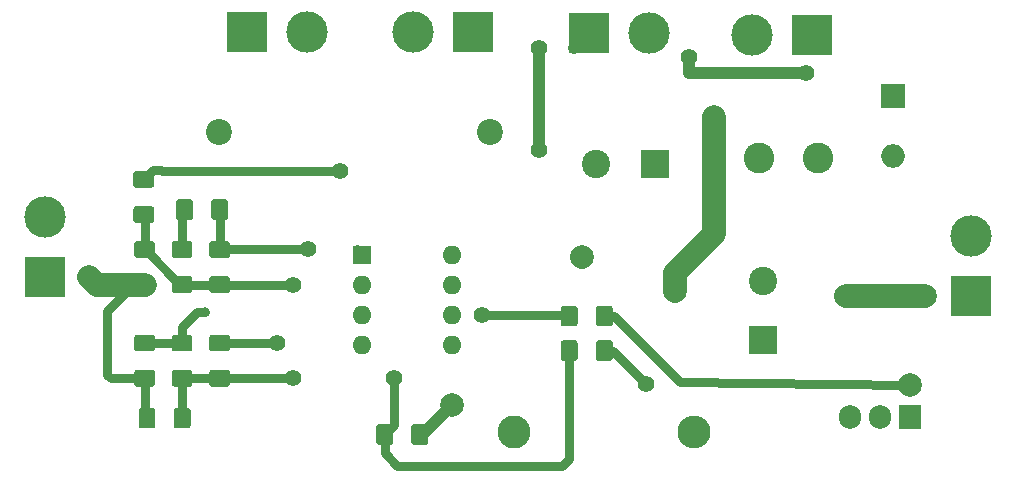
<source format=gbr>
G04 #@! TF.GenerationSoftware,KiCad,Pcbnew,(5.0.2)-1*
G04 #@! TF.CreationDate,2021-12-13T13:30:45+03:00*
G04 #@! TF.ProjectId,tasarim,74617361-7269-46d2-9e6b-696361645f70,rev?*
G04 #@! TF.SameCoordinates,Original*
G04 #@! TF.FileFunction,Copper,L1,Top*
G04 #@! TF.FilePolarity,Positive*
%FSLAX46Y46*%
G04 Gerber Fmt 4.6, Leading zero omitted, Abs format (unit mm)*
G04 Created by KiCad (PCBNEW (5.0.2)-1) date 13.12.2021 13:30:45*
%MOMM*%
%LPD*%
G01*
G04 APERTURE LIST*
G04 #@! TA.AperFunction,ComponentPad*
%ADD10R,1.600000X1.600000*%
G04 #@! TD*
G04 #@! TA.AperFunction,ComponentPad*
%ADD11O,1.600000X1.600000*%
G04 #@! TD*
G04 #@! TA.AperFunction,ComponentPad*
%ADD12C,2.400000*%
G04 #@! TD*
G04 #@! TA.AperFunction,ComponentPad*
%ADD13R,2.400000X2.400000*%
G04 #@! TD*
G04 #@! TA.AperFunction,Conductor*
%ADD14C,0.100000*%
G04 #@! TD*
G04 #@! TA.AperFunction,SMDPad,CuDef*
%ADD15C,1.425000*%
G04 #@! TD*
G04 #@! TA.AperFunction,ComponentPad*
%ADD16R,2.000000X2.000000*%
G04 #@! TD*
G04 #@! TA.AperFunction,ComponentPad*
%ADD17O,2.000000X2.000000*%
G04 #@! TD*
G04 #@! TA.AperFunction,ComponentPad*
%ADD18C,2.200000*%
G04 #@! TD*
G04 #@! TA.AperFunction,ComponentPad*
%ADD19C,3.500120*%
G04 #@! TD*
G04 #@! TA.AperFunction,ComponentPad*
%ADD20R,3.500120X3.500120*%
G04 #@! TD*
G04 #@! TA.AperFunction,ComponentPad*
%ADD21C,2.600000*%
G04 #@! TD*
G04 #@! TA.AperFunction,ComponentPad*
%ADD22R,1.905000X2.000000*%
G04 #@! TD*
G04 #@! TA.AperFunction,ComponentPad*
%ADD23O,1.905000X2.000000*%
G04 #@! TD*
G04 #@! TA.AperFunction,ComponentPad*
%ADD24C,2.800000*%
G04 #@! TD*
G04 #@! TA.AperFunction,ComponentPad*
%ADD25O,2.800000X2.800000*%
G04 #@! TD*
G04 #@! TA.AperFunction,ViaPad*
%ADD26C,2.000000*%
G04 #@! TD*
G04 #@! TA.AperFunction,ViaPad*
%ADD27C,1.400000*%
G04 #@! TD*
G04 #@! TA.AperFunction,ViaPad*
%ADD28C,0.800000*%
G04 #@! TD*
G04 #@! TA.AperFunction,Conductor*
%ADD29C,0.750000*%
G04 #@! TD*
G04 #@! TA.AperFunction,Conductor*
%ADD30C,2.000000*%
G04 #@! TD*
G04 #@! TA.AperFunction,Conductor*
%ADD31C,1.000000*%
G04 #@! TD*
G04 #@! TA.AperFunction,Conductor*
%ADD32C,0.800000*%
G04 #@! TD*
G04 APERTURE END LIST*
D10*
G04 #@! TO.P,U1,1*
G04 #@! TO.N,Net-(C2-Pad1)*
X149860000Y-96520000D03*
D11*
G04 #@! TO.P,U1,5*
G04 #@! TO.N,GNDREF*
X157480000Y-104140000D03*
G04 #@! TO.P,U1,2*
G04 #@! TO.N,Net-(R1-Pad1)*
X149860000Y-99060000D03*
G04 #@! TO.P,U1,6*
G04 #@! TO.N,Net-(R7-Pad2)*
X157480000Y-101600000D03*
G04 #@! TO.P,U1,3*
G04 #@! TO.N,Net-(C5-Pad1)*
X149860000Y-101600000D03*
G04 #@! TO.P,U1,7*
G04 #@! TO.N,Net-(C4-Pad1)*
X157480000Y-99060000D03*
G04 #@! TO.P,U1,4*
G04 #@! TO.N,Net-(C3-Pad1)*
X149860000Y-104140000D03*
G04 #@! TO.P,U1,8*
G04 #@! TO.N,Net-(C1-Pad1)*
X157480000Y-96520000D03*
G04 #@! TD*
D12*
G04 #@! TO.P,C4,2*
G04 #@! TO.N,GNDREF*
X169688500Y-88836500D03*
D13*
G04 #@! TO.P,C4,1*
G04 #@! TO.N,Net-(C4-Pad1)*
X174688500Y-88836500D03*
G04 #@! TD*
D14*
G04 #@! TO.N,GNDREF*
G04 #@! TO.C,C1*
G36*
X132094504Y-106276704D02*
X132118773Y-106280304D01*
X132142571Y-106286265D01*
X132165671Y-106294530D01*
X132187849Y-106305020D01*
X132208893Y-106317633D01*
X132228598Y-106332247D01*
X132246777Y-106348723D01*
X132263253Y-106366902D01*
X132277867Y-106386607D01*
X132290480Y-106407651D01*
X132300970Y-106429829D01*
X132309235Y-106452929D01*
X132315196Y-106476727D01*
X132318796Y-106500996D01*
X132320000Y-106525500D01*
X132320000Y-107450500D01*
X132318796Y-107475004D01*
X132315196Y-107499273D01*
X132309235Y-107523071D01*
X132300970Y-107546171D01*
X132290480Y-107568349D01*
X132277867Y-107589393D01*
X132263253Y-107609098D01*
X132246777Y-107627277D01*
X132228598Y-107643753D01*
X132208893Y-107658367D01*
X132187849Y-107670980D01*
X132165671Y-107681470D01*
X132142571Y-107689735D01*
X132118773Y-107695696D01*
X132094504Y-107699296D01*
X132070000Y-107700500D01*
X130820000Y-107700500D01*
X130795496Y-107699296D01*
X130771227Y-107695696D01*
X130747429Y-107689735D01*
X130724329Y-107681470D01*
X130702151Y-107670980D01*
X130681107Y-107658367D01*
X130661402Y-107643753D01*
X130643223Y-107627277D01*
X130626747Y-107609098D01*
X130612133Y-107589393D01*
X130599520Y-107568349D01*
X130589030Y-107546171D01*
X130580765Y-107523071D01*
X130574804Y-107499273D01*
X130571204Y-107475004D01*
X130570000Y-107450500D01*
X130570000Y-106525500D01*
X130571204Y-106500996D01*
X130574804Y-106476727D01*
X130580765Y-106452929D01*
X130589030Y-106429829D01*
X130599520Y-106407651D01*
X130612133Y-106386607D01*
X130626747Y-106366902D01*
X130643223Y-106348723D01*
X130661402Y-106332247D01*
X130681107Y-106317633D01*
X130702151Y-106305020D01*
X130724329Y-106294530D01*
X130747429Y-106286265D01*
X130771227Y-106280304D01*
X130795496Y-106276704D01*
X130820000Y-106275500D01*
X132070000Y-106275500D01*
X132094504Y-106276704D01*
X132094504Y-106276704D01*
G37*
D15*
G04 #@! TD*
G04 #@! TO.P,C1,2*
G04 #@! TO.N,GNDREF*
X131445000Y-106988000D03*
D14*
G04 #@! TO.N,Net-(C1-Pad1)*
G04 #@! TO.C,C1*
G36*
X132094504Y-103301704D02*
X132118773Y-103305304D01*
X132142571Y-103311265D01*
X132165671Y-103319530D01*
X132187849Y-103330020D01*
X132208893Y-103342633D01*
X132228598Y-103357247D01*
X132246777Y-103373723D01*
X132263253Y-103391902D01*
X132277867Y-103411607D01*
X132290480Y-103432651D01*
X132300970Y-103454829D01*
X132309235Y-103477929D01*
X132315196Y-103501727D01*
X132318796Y-103525996D01*
X132320000Y-103550500D01*
X132320000Y-104475500D01*
X132318796Y-104500004D01*
X132315196Y-104524273D01*
X132309235Y-104548071D01*
X132300970Y-104571171D01*
X132290480Y-104593349D01*
X132277867Y-104614393D01*
X132263253Y-104634098D01*
X132246777Y-104652277D01*
X132228598Y-104668753D01*
X132208893Y-104683367D01*
X132187849Y-104695980D01*
X132165671Y-104706470D01*
X132142571Y-104714735D01*
X132118773Y-104720696D01*
X132094504Y-104724296D01*
X132070000Y-104725500D01*
X130820000Y-104725500D01*
X130795496Y-104724296D01*
X130771227Y-104720696D01*
X130747429Y-104714735D01*
X130724329Y-104706470D01*
X130702151Y-104695980D01*
X130681107Y-104683367D01*
X130661402Y-104668753D01*
X130643223Y-104652277D01*
X130626747Y-104634098D01*
X130612133Y-104614393D01*
X130599520Y-104593349D01*
X130589030Y-104571171D01*
X130580765Y-104548071D01*
X130574804Y-104524273D01*
X130571204Y-104500004D01*
X130570000Y-104475500D01*
X130570000Y-103550500D01*
X130571204Y-103525996D01*
X130574804Y-103501727D01*
X130580765Y-103477929D01*
X130589030Y-103454829D01*
X130599520Y-103432651D01*
X130612133Y-103411607D01*
X130626747Y-103391902D01*
X130643223Y-103373723D01*
X130661402Y-103357247D01*
X130681107Y-103342633D01*
X130702151Y-103330020D01*
X130724329Y-103319530D01*
X130747429Y-103311265D01*
X130771227Y-103305304D01*
X130795496Y-103301704D01*
X130820000Y-103300500D01*
X132070000Y-103300500D01*
X132094504Y-103301704D01*
X132094504Y-103301704D01*
G37*
D15*
G04 #@! TD*
G04 #@! TO.P,C1,1*
G04 #@! TO.N,Net-(C1-Pad1)*
X131445000Y-104013000D03*
D14*
G04 #@! TO.N,Net-(C2-Pad1)*
G04 #@! TO.C,C2*
G36*
X138282004Y-91836204D02*
X138306273Y-91839804D01*
X138330071Y-91845765D01*
X138353171Y-91854030D01*
X138375349Y-91864520D01*
X138396393Y-91877133D01*
X138416098Y-91891747D01*
X138434277Y-91908223D01*
X138450753Y-91926402D01*
X138465367Y-91946107D01*
X138477980Y-91967151D01*
X138488470Y-91989329D01*
X138496735Y-92012429D01*
X138502696Y-92036227D01*
X138506296Y-92060496D01*
X138507500Y-92085000D01*
X138507500Y-93335000D01*
X138506296Y-93359504D01*
X138502696Y-93383773D01*
X138496735Y-93407571D01*
X138488470Y-93430671D01*
X138477980Y-93452849D01*
X138465367Y-93473893D01*
X138450753Y-93493598D01*
X138434277Y-93511777D01*
X138416098Y-93528253D01*
X138396393Y-93542867D01*
X138375349Y-93555480D01*
X138353171Y-93565970D01*
X138330071Y-93574235D01*
X138306273Y-93580196D01*
X138282004Y-93583796D01*
X138257500Y-93585000D01*
X137332500Y-93585000D01*
X137307996Y-93583796D01*
X137283727Y-93580196D01*
X137259929Y-93574235D01*
X137236829Y-93565970D01*
X137214651Y-93555480D01*
X137193607Y-93542867D01*
X137173902Y-93528253D01*
X137155723Y-93511777D01*
X137139247Y-93493598D01*
X137124633Y-93473893D01*
X137112020Y-93452849D01*
X137101530Y-93430671D01*
X137093265Y-93407571D01*
X137087304Y-93383773D01*
X137083704Y-93359504D01*
X137082500Y-93335000D01*
X137082500Y-92085000D01*
X137083704Y-92060496D01*
X137087304Y-92036227D01*
X137093265Y-92012429D01*
X137101530Y-91989329D01*
X137112020Y-91967151D01*
X137124633Y-91946107D01*
X137139247Y-91926402D01*
X137155723Y-91908223D01*
X137173902Y-91891747D01*
X137193607Y-91877133D01*
X137214651Y-91864520D01*
X137236829Y-91854030D01*
X137259929Y-91845765D01*
X137283727Y-91839804D01*
X137307996Y-91836204D01*
X137332500Y-91835000D01*
X138257500Y-91835000D01*
X138282004Y-91836204D01*
X138282004Y-91836204D01*
G37*
D15*
G04 #@! TD*
G04 #@! TO.P,C2,1*
G04 #@! TO.N,Net-(C2-Pad1)*
X137795000Y-92710000D03*
D14*
G04 #@! TO.N,Net-(C2-Pad2)*
G04 #@! TO.C,C2*
G36*
X135307004Y-91836204D02*
X135331273Y-91839804D01*
X135355071Y-91845765D01*
X135378171Y-91854030D01*
X135400349Y-91864520D01*
X135421393Y-91877133D01*
X135441098Y-91891747D01*
X135459277Y-91908223D01*
X135475753Y-91926402D01*
X135490367Y-91946107D01*
X135502980Y-91967151D01*
X135513470Y-91989329D01*
X135521735Y-92012429D01*
X135527696Y-92036227D01*
X135531296Y-92060496D01*
X135532500Y-92085000D01*
X135532500Y-93335000D01*
X135531296Y-93359504D01*
X135527696Y-93383773D01*
X135521735Y-93407571D01*
X135513470Y-93430671D01*
X135502980Y-93452849D01*
X135490367Y-93473893D01*
X135475753Y-93493598D01*
X135459277Y-93511777D01*
X135441098Y-93528253D01*
X135421393Y-93542867D01*
X135400349Y-93555480D01*
X135378171Y-93565970D01*
X135355071Y-93574235D01*
X135331273Y-93580196D01*
X135307004Y-93583796D01*
X135282500Y-93585000D01*
X134357500Y-93585000D01*
X134332996Y-93583796D01*
X134308727Y-93580196D01*
X134284929Y-93574235D01*
X134261829Y-93565970D01*
X134239651Y-93555480D01*
X134218607Y-93542867D01*
X134198902Y-93528253D01*
X134180723Y-93511777D01*
X134164247Y-93493598D01*
X134149633Y-93473893D01*
X134137020Y-93452849D01*
X134126530Y-93430671D01*
X134118265Y-93407571D01*
X134112304Y-93383773D01*
X134108704Y-93359504D01*
X134107500Y-93335000D01*
X134107500Y-92085000D01*
X134108704Y-92060496D01*
X134112304Y-92036227D01*
X134118265Y-92012429D01*
X134126530Y-91989329D01*
X134137020Y-91967151D01*
X134149633Y-91946107D01*
X134164247Y-91926402D01*
X134180723Y-91908223D01*
X134198902Y-91891747D01*
X134218607Y-91877133D01*
X134239651Y-91864520D01*
X134261829Y-91854030D01*
X134284929Y-91845765D01*
X134308727Y-91839804D01*
X134332996Y-91836204D01*
X134357500Y-91835000D01*
X135282500Y-91835000D01*
X135307004Y-91836204D01*
X135307004Y-91836204D01*
G37*
D15*
G04 #@! TD*
G04 #@! TO.P,C2,2*
G04 #@! TO.N,Net-(C2-Pad2)*
X134820000Y-92710000D03*
D14*
G04 #@! TO.N,GNDREF*
G04 #@! TO.C,C3*
G36*
X132132004Y-109489204D02*
X132156273Y-109492804D01*
X132180071Y-109498765D01*
X132203171Y-109507030D01*
X132225349Y-109517520D01*
X132246393Y-109530133D01*
X132266098Y-109544747D01*
X132284277Y-109561223D01*
X132300753Y-109579402D01*
X132315367Y-109599107D01*
X132327980Y-109620151D01*
X132338470Y-109642329D01*
X132346735Y-109665429D01*
X132352696Y-109689227D01*
X132356296Y-109713496D01*
X132357500Y-109738000D01*
X132357500Y-110988000D01*
X132356296Y-111012504D01*
X132352696Y-111036773D01*
X132346735Y-111060571D01*
X132338470Y-111083671D01*
X132327980Y-111105849D01*
X132315367Y-111126893D01*
X132300753Y-111146598D01*
X132284277Y-111164777D01*
X132266098Y-111181253D01*
X132246393Y-111195867D01*
X132225349Y-111208480D01*
X132203171Y-111218970D01*
X132180071Y-111227235D01*
X132156273Y-111233196D01*
X132132004Y-111236796D01*
X132107500Y-111238000D01*
X131182500Y-111238000D01*
X131157996Y-111236796D01*
X131133727Y-111233196D01*
X131109929Y-111227235D01*
X131086829Y-111218970D01*
X131064651Y-111208480D01*
X131043607Y-111195867D01*
X131023902Y-111181253D01*
X131005723Y-111164777D01*
X130989247Y-111146598D01*
X130974633Y-111126893D01*
X130962020Y-111105849D01*
X130951530Y-111083671D01*
X130943265Y-111060571D01*
X130937304Y-111036773D01*
X130933704Y-111012504D01*
X130932500Y-110988000D01*
X130932500Y-109738000D01*
X130933704Y-109713496D01*
X130937304Y-109689227D01*
X130943265Y-109665429D01*
X130951530Y-109642329D01*
X130962020Y-109620151D01*
X130974633Y-109599107D01*
X130989247Y-109579402D01*
X131005723Y-109561223D01*
X131023902Y-109544747D01*
X131043607Y-109530133D01*
X131064651Y-109517520D01*
X131086829Y-109507030D01*
X131109929Y-109498765D01*
X131133727Y-109492804D01*
X131157996Y-109489204D01*
X131182500Y-109488000D01*
X132107500Y-109488000D01*
X132132004Y-109489204D01*
X132132004Y-109489204D01*
G37*
D15*
G04 #@! TD*
G04 #@! TO.P,C3,2*
G04 #@! TO.N,GNDREF*
X131645000Y-110363000D03*
D14*
G04 #@! TO.N,Net-(C3-Pad1)*
G04 #@! TO.C,C3*
G36*
X135107004Y-109489204D02*
X135131273Y-109492804D01*
X135155071Y-109498765D01*
X135178171Y-109507030D01*
X135200349Y-109517520D01*
X135221393Y-109530133D01*
X135241098Y-109544747D01*
X135259277Y-109561223D01*
X135275753Y-109579402D01*
X135290367Y-109599107D01*
X135302980Y-109620151D01*
X135313470Y-109642329D01*
X135321735Y-109665429D01*
X135327696Y-109689227D01*
X135331296Y-109713496D01*
X135332500Y-109738000D01*
X135332500Y-110988000D01*
X135331296Y-111012504D01*
X135327696Y-111036773D01*
X135321735Y-111060571D01*
X135313470Y-111083671D01*
X135302980Y-111105849D01*
X135290367Y-111126893D01*
X135275753Y-111146598D01*
X135259277Y-111164777D01*
X135241098Y-111181253D01*
X135221393Y-111195867D01*
X135200349Y-111208480D01*
X135178171Y-111218970D01*
X135155071Y-111227235D01*
X135131273Y-111233196D01*
X135107004Y-111236796D01*
X135082500Y-111238000D01*
X134157500Y-111238000D01*
X134132996Y-111236796D01*
X134108727Y-111233196D01*
X134084929Y-111227235D01*
X134061829Y-111218970D01*
X134039651Y-111208480D01*
X134018607Y-111195867D01*
X133998902Y-111181253D01*
X133980723Y-111164777D01*
X133964247Y-111146598D01*
X133949633Y-111126893D01*
X133937020Y-111105849D01*
X133926530Y-111083671D01*
X133918265Y-111060571D01*
X133912304Y-111036773D01*
X133908704Y-111012504D01*
X133907500Y-110988000D01*
X133907500Y-109738000D01*
X133908704Y-109713496D01*
X133912304Y-109689227D01*
X133918265Y-109665429D01*
X133926530Y-109642329D01*
X133937020Y-109620151D01*
X133949633Y-109599107D01*
X133964247Y-109579402D01*
X133980723Y-109561223D01*
X133998902Y-109544747D01*
X134018607Y-109530133D01*
X134039651Y-109517520D01*
X134061829Y-109507030D01*
X134084929Y-109498765D01*
X134108727Y-109492804D01*
X134132996Y-109489204D01*
X134157500Y-109488000D01*
X135082500Y-109488000D01*
X135107004Y-109489204D01*
X135107004Y-109489204D01*
G37*
D15*
G04 #@! TD*
G04 #@! TO.P,C3,1*
G04 #@! TO.N,Net-(C3-Pad1)*
X134620000Y-110363000D03*
D14*
G04 #@! TO.N,Net-(C5-Pad1)*
G04 #@! TO.C,C5*
G36*
X152252004Y-110886204D02*
X152276273Y-110889804D01*
X152300071Y-110895765D01*
X152323171Y-110904030D01*
X152345349Y-110914520D01*
X152366393Y-110927133D01*
X152386098Y-110941747D01*
X152404277Y-110958223D01*
X152420753Y-110976402D01*
X152435367Y-110996107D01*
X152447980Y-111017151D01*
X152458470Y-111039329D01*
X152466735Y-111062429D01*
X152472696Y-111086227D01*
X152476296Y-111110496D01*
X152477500Y-111135000D01*
X152477500Y-112385000D01*
X152476296Y-112409504D01*
X152472696Y-112433773D01*
X152466735Y-112457571D01*
X152458470Y-112480671D01*
X152447980Y-112502849D01*
X152435367Y-112523893D01*
X152420753Y-112543598D01*
X152404277Y-112561777D01*
X152386098Y-112578253D01*
X152366393Y-112592867D01*
X152345349Y-112605480D01*
X152323171Y-112615970D01*
X152300071Y-112624235D01*
X152276273Y-112630196D01*
X152252004Y-112633796D01*
X152227500Y-112635000D01*
X151302500Y-112635000D01*
X151277996Y-112633796D01*
X151253727Y-112630196D01*
X151229929Y-112624235D01*
X151206829Y-112615970D01*
X151184651Y-112605480D01*
X151163607Y-112592867D01*
X151143902Y-112578253D01*
X151125723Y-112561777D01*
X151109247Y-112543598D01*
X151094633Y-112523893D01*
X151082020Y-112502849D01*
X151071530Y-112480671D01*
X151063265Y-112457571D01*
X151057304Y-112433773D01*
X151053704Y-112409504D01*
X151052500Y-112385000D01*
X151052500Y-111135000D01*
X151053704Y-111110496D01*
X151057304Y-111086227D01*
X151063265Y-111062429D01*
X151071530Y-111039329D01*
X151082020Y-111017151D01*
X151094633Y-110996107D01*
X151109247Y-110976402D01*
X151125723Y-110958223D01*
X151143902Y-110941747D01*
X151163607Y-110927133D01*
X151184651Y-110914520D01*
X151206829Y-110904030D01*
X151229929Y-110895765D01*
X151253727Y-110889804D01*
X151277996Y-110886204D01*
X151302500Y-110885000D01*
X152227500Y-110885000D01*
X152252004Y-110886204D01*
X152252004Y-110886204D01*
G37*
D15*
G04 #@! TD*
G04 #@! TO.P,C5,1*
G04 #@! TO.N,Net-(C5-Pad1)*
X151765000Y-111760000D03*
D14*
G04 #@! TO.N,GNDREF*
G04 #@! TO.C,C5*
G36*
X155227004Y-110886204D02*
X155251273Y-110889804D01*
X155275071Y-110895765D01*
X155298171Y-110904030D01*
X155320349Y-110914520D01*
X155341393Y-110927133D01*
X155361098Y-110941747D01*
X155379277Y-110958223D01*
X155395753Y-110976402D01*
X155410367Y-110996107D01*
X155422980Y-111017151D01*
X155433470Y-111039329D01*
X155441735Y-111062429D01*
X155447696Y-111086227D01*
X155451296Y-111110496D01*
X155452500Y-111135000D01*
X155452500Y-112385000D01*
X155451296Y-112409504D01*
X155447696Y-112433773D01*
X155441735Y-112457571D01*
X155433470Y-112480671D01*
X155422980Y-112502849D01*
X155410367Y-112523893D01*
X155395753Y-112543598D01*
X155379277Y-112561777D01*
X155361098Y-112578253D01*
X155341393Y-112592867D01*
X155320349Y-112605480D01*
X155298171Y-112615970D01*
X155275071Y-112624235D01*
X155251273Y-112630196D01*
X155227004Y-112633796D01*
X155202500Y-112635000D01*
X154277500Y-112635000D01*
X154252996Y-112633796D01*
X154228727Y-112630196D01*
X154204929Y-112624235D01*
X154181829Y-112615970D01*
X154159651Y-112605480D01*
X154138607Y-112592867D01*
X154118902Y-112578253D01*
X154100723Y-112561777D01*
X154084247Y-112543598D01*
X154069633Y-112523893D01*
X154057020Y-112502849D01*
X154046530Y-112480671D01*
X154038265Y-112457571D01*
X154032304Y-112433773D01*
X154028704Y-112409504D01*
X154027500Y-112385000D01*
X154027500Y-111135000D01*
X154028704Y-111110496D01*
X154032304Y-111086227D01*
X154038265Y-111062429D01*
X154046530Y-111039329D01*
X154057020Y-111017151D01*
X154069633Y-110996107D01*
X154084247Y-110976402D01*
X154100723Y-110958223D01*
X154118902Y-110941747D01*
X154138607Y-110927133D01*
X154159651Y-110914520D01*
X154181829Y-110904030D01*
X154204929Y-110895765D01*
X154228727Y-110889804D01*
X154252996Y-110886204D01*
X154277500Y-110885000D01*
X155202500Y-110885000D01*
X155227004Y-110886204D01*
X155227004Y-110886204D01*
G37*
D15*
G04 #@! TD*
G04 #@! TO.P,C5,2*
G04 #@! TO.N,GNDREF*
X154740000Y-111760000D03*
D13*
G04 #@! TO.P,C6,1*
G04 #@! TO.N,Net-(C6-Pad1)*
X183832500Y-103759000D03*
D12*
G04 #@! TO.P,C6,2*
G04 #@! TO.N,GNDREF*
X183832500Y-98759000D03*
G04 #@! TD*
D16*
G04 #@! TO.P,D1,1*
G04 #@! TO.N,Net-(C6-Pad1)*
X194818000Y-83121500D03*
D17*
G04 #@! TO.P,D1,2*
G04 #@! TO.N,Net-(D1-Pad2)*
X194818000Y-88201500D03*
G04 #@! TD*
D18*
G04 #@! TO.P,F1,1*
G04 #@! TO.N,Net-(C4-Pad1)*
X160718500Y-86106000D03*
G04 #@! TO.P,F1,2*
G04 #@! TO.N,Net-(F1-Pad2)*
X137718500Y-86106000D03*
G04 #@! TD*
D19*
G04 #@! TO.P,,2*
G04 #@! TO.N,Net-(J1-Pad2)*
X122999500Y-93345000D03*
D20*
G04 #@! TO.P,,1*
G04 #@! TO.N,GNDREF*
X122999500Y-98425000D03*
G04 #@! TD*
G04 #@! TO.P,,1*
G04 #@! TO.N,Net-(J1-Pad2)*
X140081000Y-77660500D03*
D19*
G04 #@! TO.P,,2*
G04 #@! TO.N,Net-(F1-Pad2)*
X145161000Y-77660500D03*
G04 #@! TD*
G04 #@! TO.P,Potansiyometre,2*
G04 #@! TO.N,Net-(J3-Pad2)*
X154178000Y-77660500D03*
D20*
G04 #@! TO.P,Potansiyometre,1*
G04 #@! TO.N,Net-(C6-Pad1)*
X159258000Y-77660500D03*
G04 #@! TD*
G04 #@! TO.P,Ak\0131m \00D6.,1*
G04 #@! TO.N,Net-(J4-Pad1)*
X187960000Y-77914500D03*
D19*
G04 #@! TO.P,Ak\0131m \00D6.,2*
G04 #@! TO.N,Net-(C6-Pad1)*
X182880000Y-77914500D03*
G04 #@! TD*
G04 #@! TO.P,Gerilim \00D6.,2*
G04 #@! TO.N,Net-(J4-Pad1)*
X174117000Y-77724000D03*
D20*
G04 #@! TO.P,Gerilim \00D6.,1*
G04 #@! TO.N,GNDREF*
X169037000Y-77724000D03*
G04 #@! TD*
G04 #@! TO.P,,1*
G04 #@! TO.N,GNDREF*
X201422000Y-100012500D03*
D19*
G04 #@! TO.P,,2*
G04 #@! TO.N,Net-(J4-Pad1)*
X201422000Y-94932500D03*
G04 #@! TD*
D21*
G04 #@! TO.P,L1,1*
G04 #@! TO.N,Net-(C4-Pad1)*
X183451500Y-88328500D03*
G04 #@! TO.P,L1,2*
G04 #@! TO.N,Net-(D1-Pad2)*
X188451500Y-88328500D03*
G04 #@! TD*
D22*
G04 #@! TO.P,Q1,1*
G04 #@! TO.N,Net-(Q1-Pad1)*
X196215000Y-110236000D03*
D23*
G04 #@! TO.P,Q1,2*
G04 #@! TO.N,Net-(D1-Pad2)*
X193675000Y-110236000D03*
G04 #@! TO.P,Q1,3*
G04 #@! TO.N,Net-(Q1-Pad3)*
X191135000Y-110236000D03*
G04 #@! TD*
D14*
G04 #@! TO.N,GNDREF*
G04 #@! TO.C,R1*
G36*
X132094504Y-98348704D02*
X132118773Y-98352304D01*
X132142571Y-98358265D01*
X132165671Y-98366530D01*
X132187849Y-98377020D01*
X132208893Y-98389633D01*
X132228598Y-98404247D01*
X132246777Y-98420723D01*
X132263253Y-98438902D01*
X132277867Y-98458607D01*
X132290480Y-98479651D01*
X132300970Y-98501829D01*
X132309235Y-98524929D01*
X132315196Y-98548727D01*
X132318796Y-98572996D01*
X132320000Y-98597500D01*
X132320000Y-99522500D01*
X132318796Y-99547004D01*
X132315196Y-99571273D01*
X132309235Y-99595071D01*
X132300970Y-99618171D01*
X132290480Y-99640349D01*
X132277867Y-99661393D01*
X132263253Y-99681098D01*
X132246777Y-99699277D01*
X132228598Y-99715753D01*
X132208893Y-99730367D01*
X132187849Y-99742980D01*
X132165671Y-99753470D01*
X132142571Y-99761735D01*
X132118773Y-99767696D01*
X132094504Y-99771296D01*
X132070000Y-99772500D01*
X130820000Y-99772500D01*
X130795496Y-99771296D01*
X130771227Y-99767696D01*
X130747429Y-99761735D01*
X130724329Y-99753470D01*
X130702151Y-99742980D01*
X130681107Y-99730367D01*
X130661402Y-99715753D01*
X130643223Y-99699277D01*
X130626747Y-99681098D01*
X130612133Y-99661393D01*
X130599520Y-99640349D01*
X130589030Y-99618171D01*
X130580765Y-99595071D01*
X130574804Y-99571273D01*
X130571204Y-99547004D01*
X130570000Y-99522500D01*
X130570000Y-98597500D01*
X130571204Y-98572996D01*
X130574804Y-98548727D01*
X130580765Y-98524929D01*
X130589030Y-98501829D01*
X130599520Y-98479651D01*
X130612133Y-98458607D01*
X130626747Y-98438902D01*
X130643223Y-98420723D01*
X130661402Y-98404247D01*
X130681107Y-98389633D01*
X130702151Y-98377020D01*
X130724329Y-98366530D01*
X130747429Y-98358265D01*
X130771227Y-98352304D01*
X130795496Y-98348704D01*
X130820000Y-98347500D01*
X132070000Y-98347500D01*
X132094504Y-98348704D01*
X132094504Y-98348704D01*
G37*
D15*
G04 #@! TD*
G04 #@! TO.P,R1,2*
G04 #@! TO.N,GNDREF*
X131445000Y-99060000D03*
D14*
G04 #@! TO.N,Net-(R1-Pad1)*
G04 #@! TO.C,R1*
G36*
X132094504Y-95373704D02*
X132118773Y-95377304D01*
X132142571Y-95383265D01*
X132165671Y-95391530D01*
X132187849Y-95402020D01*
X132208893Y-95414633D01*
X132228598Y-95429247D01*
X132246777Y-95445723D01*
X132263253Y-95463902D01*
X132277867Y-95483607D01*
X132290480Y-95504651D01*
X132300970Y-95526829D01*
X132309235Y-95549929D01*
X132315196Y-95573727D01*
X132318796Y-95597996D01*
X132320000Y-95622500D01*
X132320000Y-96547500D01*
X132318796Y-96572004D01*
X132315196Y-96596273D01*
X132309235Y-96620071D01*
X132300970Y-96643171D01*
X132290480Y-96665349D01*
X132277867Y-96686393D01*
X132263253Y-96706098D01*
X132246777Y-96724277D01*
X132228598Y-96740753D01*
X132208893Y-96755367D01*
X132187849Y-96767980D01*
X132165671Y-96778470D01*
X132142571Y-96786735D01*
X132118773Y-96792696D01*
X132094504Y-96796296D01*
X132070000Y-96797500D01*
X130820000Y-96797500D01*
X130795496Y-96796296D01*
X130771227Y-96792696D01*
X130747429Y-96786735D01*
X130724329Y-96778470D01*
X130702151Y-96767980D01*
X130681107Y-96755367D01*
X130661402Y-96740753D01*
X130643223Y-96724277D01*
X130626747Y-96706098D01*
X130612133Y-96686393D01*
X130599520Y-96665349D01*
X130589030Y-96643171D01*
X130580765Y-96620071D01*
X130574804Y-96596273D01*
X130571204Y-96572004D01*
X130570000Y-96547500D01*
X130570000Y-95622500D01*
X130571204Y-95597996D01*
X130574804Y-95573727D01*
X130580765Y-95549929D01*
X130589030Y-95526829D01*
X130599520Y-95504651D01*
X130612133Y-95483607D01*
X130626747Y-95463902D01*
X130643223Y-95445723D01*
X130661402Y-95429247D01*
X130681107Y-95414633D01*
X130702151Y-95402020D01*
X130724329Y-95391530D01*
X130747429Y-95383265D01*
X130771227Y-95377304D01*
X130795496Y-95373704D01*
X130820000Y-95372500D01*
X132070000Y-95372500D01*
X132094504Y-95373704D01*
X132094504Y-95373704D01*
G37*
D15*
G04 #@! TD*
G04 #@! TO.P,R1,1*
G04 #@! TO.N,Net-(R1-Pad1)*
X131445000Y-96085000D03*
D14*
G04 #@! TO.N,Net-(C2-Pad2)*
G04 #@! TO.C,R2*
G36*
X135269504Y-95373704D02*
X135293773Y-95377304D01*
X135317571Y-95383265D01*
X135340671Y-95391530D01*
X135362849Y-95402020D01*
X135383893Y-95414633D01*
X135403598Y-95429247D01*
X135421777Y-95445723D01*
X135438253Y-95463902D01*
X135452867Y-95483607D01*
X135465480Y-95504651D01*
X135475970Y-95526829D01*
X135484235Y-95549929D01*
X135490196Y-95573727D01*
X135493796Y-95597996D01*
X135495000Y-95622500D01*
X135495000Y-96547500D01*
X135493796Y-96572004D01*
X135490196Y-96596273D01*
X135484235Y-96620071D01*
X135475970Y-96643171D01*
X135465480Y-96665349D01*
X135452867Y-96686393D01*
X135438253Y-96706098D01*
X135421777Y-96724277D01*
X135403598Y-96740753D01*
X135383893Y-96755367D01*
X135362849Y-96767980D01*
X135340671Y-96778470D01*
X135317571Y-96786735D01*
X135293773Y-96792696D01*
X135269504Y-96796296D01*
X135245000Y-96797500D01*
X133995000Y-96797500D01*
X133970496Y-96796296D01*
X133946227Y-96792696D01*
X133922429Y-96786735D01*
X133899329Y-96778470D01*
X133877151Y-96767980D01*
X133856107Y-96755367D01*
X133836402Y-96740753D01*
X133818223Y-96724277D01*
X133801747Y-96706098D01*
X133787133Y-96686393D01*
X133774520Y-96665349D01*
X133764030Y-96643171D01*
X133755765Y-96620071D01*
X133749804Y-96596273D01*
X133746204Y-96572004D01*
X133745000Y-96547500D01*
X133745000Y-95622500D01*
X133746204Y-95597996D01*
X133749804Y-95573727D01*
X133755765Y-95549929D01*
X133764030Y-95526829D01*
X133774520Y-95504651D01*
X133787133Y-95483607D01*
X133801747Y-95463902D01*
X133818223Y-95445723D01*
X133836402Y-95429247D01*
X133856107Y-95414633D01*
X133877151Y-95402020D01*
X133899329Y-95391530D01*
X133922429Y-95383265D01*
X133946227Y-95377304D01*
X133970496Y-95373704D01*
X133995000Y-95372500D01*
X135245000Y-95372500D01*
X135269504Y-95373704D01*
X135269504Y-95373704D01*
G37*
D15*
G04 #@! TD*
G04 #@! TO.P,R2,1*
G04 #@! TO.N,Net-(C2-Pad2)*
X134620000Y-96085000D03*
D14*
G04 #@! TO.N,Net-(R1-Pad1)*
G04 #@! TO.C,R2*
G36*
X135269504Y-98348704D02*
X135293773Y-98352304D01*
X135317571Y-98358265D01*
X135340671Y-98366530D01*
X135362849Y-98377020D01*
X135383893Y-98389633D01*
X135403598Y-98404247D01*
X135421777Y-98420723D01*
X135438253Y-98438902D01*
X135452867Y-98458607D01*
X135465480Y-98479651D01*
X135475970Y-98501829D01*
X135484235Y-98524929D01*
X135490196Y-98548727D01*
X135493796Y-98572996D01*
X135495000Y-98597500D01*
X135495000Y-99522500D01*
X135493796Y-99547004D01*
X135490196Y-99571273D01*
X135484235Y-99595071D01*
X135475970Y-99618171D01*
X135465480Y-99640349D01*
X135452867Y-99661393D01*
X135438253Y-99681098D01*
X135421777Y-99699277D01*
X135403598Y-99715753D01*
X135383893Y-99730367D01*
X135362849Y-99742980D01*
X135340671Y-99753470D01*
X135317571Y-99761735D01*
X135293773Y-99767696D01*
X135269504Y-99771296D01*
X135245000Y-99772500D01*
X133995000Y-99772500D01*
X133970496Y-99771296D01*
X133946227Y-99767696D01*
X133922429Y-99761735D01*
X133899329Y-99753470D01*
X133877151Y-99742980D01*
X133856107Y-99730367D01*
X133836402Y-99715753D01*
X133818223Y-99699277D01*
X133801747Y-99681098D01*
X133787133Y-99661393D01*
X133774520Y-99640349D01*
X133764030Y-99618171D01*
X133755765Y-99595071D01*
X133749804Y-99571273D01*
X133746204Y-99547004D01*
X133745000Y-99522500D01*
X133745000Y-98597500D01*
X133746204Y-98572996D01*
X133749804Y-98548727D01*
X133755765Y-98524929D01*
X133764030Y-98501829D01*
X133774520Y-98479651D01*
X133787133Y-98458607D01*
X133801747Y-98438902D01*
X133818223Y-98420723D01*
X133836402Y-98404247D01*
X133856107Y-98389633D01*
X133877151Y-98377020D01*
X133899329Y-98366530D01*
X133922429Y-98358265D01*
X133946227Y-98352304D01*
X133970496Y-98348704D01*
X133995000Y-98347500D01*
X135245000Y-98347500D01*
X135269504Y-98348704D01*
X135269504Y-98348704D01*
G37*
D15*
G04 #@! TD*
G04 #@! TO.P,R2,2*
G04 #@! TO.N,Net-(R1-Pad1)*
X134620000Y-99060000D03*
D14*
G04 #@! TO.N,Net-(C1-Pad1)*
G04 #@! TO.C,R3*
G36*
X135269504Y-103301704D02*
X135293773Y-103305304D01*
X135317571Y-103311265D01*
X135340671Y-103319530D01*
X135362849Y-103330020D01*
X135383893Y-103342633D01*
X135403598Y-103357247D01*
X135421777Y-103373723D01*
X135438253Y-103391902D01*
X135452867Y-103411607D01*
X135465480Y-103432651D01*
X135475970Y-103454829D01*
X135484235Y-103477929D01*
X135490196Y-103501727D01*
X135493796Y-103525996D01*
X135495000Y-103550500D01*
X135495000Y-104475500D01*
X135493796Y-104500004D01*
X135490196Y-104524273D01*
X135484235Y-104548071D01*
X135475970Y-104571171D01*
X135465480Y-104593349D01*
X135452867Y-104614393D01*
X135438253Y-104634098D01*
X135421777Y-104652277D01*
X135403598Y-104668753D01*
X135383893Y-104683367D01*
X135362849Y-104695980D01*
X135340671Y-104706470D01*
X135317571Y-104714735D01*
X135293773Y-104720696D01*
X135269504Y-104724296D01*
X135245000Y-104725500D01*
X133995000Y-104725500D01*
X133970496Y-104724296D01*
X133946227Y-104720696D01*
X133922429Y-104714735D01*
X133899329Y-104706470D01*
X133877151Y-104695980D01*
X133856107Y-104683367D01*
X133836402Y-104668753D01*
X133818223Y-104652277D01*
X133801747Y-104634098D01*
X133787133Y-104614393D01*
X133774520Y-104593349D01*
X133764030Y-104571171D01*
X133755765Y-104548071D01*
X133749804Y-104524273D01*
X133746204Y-104500004D01*
X133745000Y-104475500D01*
X133745000Y-103550500D01*
X133746204Y-103525996D01*
X133749804Y-103501727D01*
X133755765Y-103477929D01*
X133764030Y-103454829D01*
X133774520Y-103432651D01*
X133787133Y-103411607D01*
X133801747Y-103391902D01*
X133818223Y-103373723D01*
X133836402Y-103357247D01*
X133856107Y-103342633D01*
X133877151Y-103330020D01*
X133899329Y-103319530D01*
X133922429Y-103311265D01*
X133946227Y-103305304D01*
X133970496Y-103301704D01*
X133995000Y-103300500D01*
X135245000Y-103300500D01*
X135269504Y-103301704D01*
X135269504Y-103301704D01*
G37*
D15*
G04 #@! TD*
G04 #@! TO.P,R3,2*
G04 #@! TO.N,Net-(C1-Pad1)*
X134620000Y-104013000D03*
D14*
G04 #@! TO.N,Net-(C3-Pad1)*
G04 #@! TO.C,R3*
G36*
X135269504Y-106276704D02*
X135293773Y-106280304D01*
X135317571Y-106286265D01*
X135340671Y-106294530D01*
X135362849Y-106305020D01*
X135383893Y-106317633D01*
X135403598Y-106332247D01*
X135421777Y-106348723D01*
X135438253Y-106366902D01*
X135452867Y-106386607D01*
X135465480Y-106407651D01*
X135475970Y-106429829D01*
X135484235Y-106452929D01*
X135490196Y-106476727D01*
X135493796Y-106500996D01*
X135495000Y-106525500D01*
X135495000Y-107450500D01*
X135493796Y-107475004D01*
X135490196Y-107499273D01*
X135484235Y-107523071D01*
X135475970Y-107546171D01*
X135465480Y-107568349D01*
X135452867Y-107589393D01*
X135438253Y-107609098D01*
X135421777Y-107627277D01*
X135403598Y-107643753D01*
X135383893Y-107658367D01*
X135362849Y-107670980D01*
X135340671Y-107681470D01*
X135317571Y-107689735D01*
X135293773Y-107695696D01*
X135269504Y-107699296D01*
X135245000Y-107700500D01*
X133995000Y-107700500D01*
X133970496Y-107699296D01*
X133946227Y-107695696D01*
X133922429Y-107689735D01*
X133899329Y-107681470D01*
X133877151Y-107670980D01*
X133856107Y-107658367D01*
X133836402Y-107643753D01*
X133818223Y-107627277D01*
X133801747Y-107609098D01*
X133787133Y-107589393D01*
X133774520Y-107568349D01*
X133764030Y-107546171D01*
X133755765Y-107523071D01*
X133749804Y-107499273D01*
X133746204Y-107475004D01*
X133745000Y-107450500D01*
X133745000Y-106525500D01*
X133746204Y-106500996D01*
X133749804Y-106476727D01*
X133755765Y-106452929D01*
X133764030Y-106429829D01*
X133774520Y-106407651D01*
X133787133Y-106386607D01*
X133801747Y-106366902D01*
X133818223Y-106348723D01*
X133836402Y-106332247D01*
X133856107Y-106317633D01*
X133877151Y-106305020D01*
X133899329Y-106294530D01*
X133922429Y-106286265D01*
X133946227Y-106280304D01*
X133970496Y-106276704D01*
X133995000Y-106275500D01*
X135245000Y-106275500D01*
X135269504Y-106276704D01*
X135269504Y-106276704D01*
G37*
D15*
G04 #@! TD*
G04 #@! TO.P,R3,1*
G04 #@! TO.N,Net-(C3-Pad1)*
X134620000Y-106988000D03*
D14*
G04 #@! TO.N,Net-(J3-Pad2)*
G04 #@! TO.C,R4*
G36*
X132018304Y-89444404D02*
X132042573Y-89448004D01*
X132066371Y-89453965D01*
X132089471Y-89462230D01*
X132111649Y-89472720D01*
X132132693Y-89485333D01*
X132152398Y-89499947D01*
X132170577Y-89516423D01*
X132187053Y-89534602D01*
X132201667Y-89554307D01*
X132214280Y-89575351D01*
X132224770Y-89597529D01*
X132233035Y-89620629D01*
X132238996Y-89644427D01*
X132242596Y-89668696D01*
X132243800Y-89693200D01*
X132243800Y-90618200D01*
X132242596Y-90642704D01*
X132238996Y-90666973D01*
X132233035Y-90690771D01*
X132224770Y-90713871D01*
X132214280Y-90736049D01*
X132201667Y-90757093D01*
X132187053Y-90776798D01*
X132170577Y-90794977D01*
X132152398Y-90811453D01*
X132132693Y-90826067D01*
X132111649Y-90838680D01*
X132089471Y-90849170D01*
X132066371Y-90857435D01*
X132042573Y-90863396D01*
X132018304Y-90866996D01*
X131993800Y-90868200D01*
X130743800Y-90868200D01*
X130719296Y-90866996D01*
X130695027Y-90863396D01*
X130671229Y-90857435D01*
X130648129Y-90849170D01*
X130625951Y-90838680D01*
X130604907Y-90826067D01*
X130585202Y-90811453D01*
X130567023Y-90794977D01*
X130550547Y-90776798D01*
X130535933Y-90757093D01*
X130523320Y-90736049D01*
X130512830Y-90713871D01*
X130504565Y-90690771D01*
X130498604Y-90666973D01*
X130495004Y-90642704D01*
X130493800Y-90618200D01*
X130493800Y-89693200D01*
X130495004Y-89668696D01*
X130498604Y-89644427D01*
X130504565Y-89620629D01*
X130512830Y-89597529D01*
X130523320Y-89575351D01*
X130535933Y-89554307D01*
X130550547Y-89534602D01*
X130567023Y-89516423D01*
X130585202Y-89499947D01*
X130604907Y-89485333D01*
X130625951Y-89472720D01*
X130648129Y-89462230D01*
X130671229Y-89453965D01*
X130695027Y-89448004D01*
X130719296Y-89444404D01*
X130743800Y-89443200D01*
X131993800Y-89443200D01*
X132018304Y-89444404D01*
X132018304Y-89444404D01*
G37*
D15*
G04 #@! TD*
G04 #@! TO.P,R4,1*
G04 #@! TO.N,Net-(J3-Pad2)*
X131368800Y-90155700D03*
D14*
G04 #@! TO.N,Net-(R1-Pad1)*
G04 #@! TO.C,R4*
G36*
X132018304Y-92419404D02*
X132042573Y-92423004D01*
X132066371Y-92428965D01*
X132089471Y-92437230D01*
X132111649Y-92447720D01*
X132132693Y-92460333D01*
X132152398Y-92474947D01*
X132170577Y-92491423D01*
X132187053Y-92509602D01*
X132201667Y-92529307D01*
X132214280Y-92550351D01*
X132224770Y-92572529D01*
X132233035Y-92595629D01*
X132238996Y-92619427D01*
X132242596Y-92643696D01*
X132243800Y-92668200D01*
X132243800Y-93593200D01*
X132242596Y-93617704D01*
X132238996Y-93641973D01*
X132233035Y-93665771D01*
X132224770Y-93688871D01*
X132214280Y-93711049D01*
X132201667Y-93732093D01*
X132187053Y-93751798D01*
X132170577Y-93769977D01*
X132152398Y-93786453D01*
X132132693Y-93801067D01*
X132111649Y-93813680D01*
X132089471Y-93824170D01*
X132066371Y-93832435D01*
X132042573Y-93838396D01*
X132018304Y-93841996D01*
X131993800Y-93843200D01*
X130743800Y-93843200D01*
X130719296Y-93841996D01*
X130695027Y-93838396D01*
X130671229Y-93832435D01*
X130648129Y-93824170D01*
X130625951Y-93813680D01*
X130604907Y-93801067D01*
X130585202Y-93786453D01*
X130567023Y-93769977D01*
X130550547Y-93751798D01*
X130535933Y-93732093D01*
X130523320Y-93711049D01*
X130512830Y-93688871D01*
X130504565Y-93665771D01*
X130498604Y-93641973D01*
X130495004Y-93617704D01*
X130493800Y-93593200D01*
X130493800Y-92668200D01*
X130495004Y-92643696D01*
X130498604Y-92619427D01*
X130504565Y-92595629D01*
X130512830Y-92572529D01*
X130523320Y-92550351D01*
X130535933Y-92529307D01*
X130550547Y-92509602D01*
X130567023Y-92491423D01*
X130585202Y-92474947D01*
X130604907Y-92460333D01*
X130625951Y-92447720D01*
X130648129Y-92437230D01*
X130671229Y-92428965D01*
X130695027Y-92423004D01*
X130719296Y-92419404D01*
X130743800Y-92418200D01*
X131993800Y-92418200D01*
X132018304Y-92419404D01*
X132018304Y-92419404D01*
G37*
D15*
G04 #@! TD*
G04 #@! TO.P,R4,2*
G04 #@! TO.N,Net-(R1-Pad1)*
X131368800Y-93130700D03*
D14*
G04 #@! TO.N,Net-(R1-Pad1)*
G04 #@! TO.C,R5*
G36*
X138444504Y-98348704D02*
X138468773Y-98352304D01*
X138492571Y-98358265D01*
X138515671Y-98366530D01*
X138537849Y-98377020D01*
X138558893Y-98389633D01*
X138578598Y-98404247D01*
X138596777Y-98420723D01*
X138613253Y-98438902D01*
X138627867Y-98458607D01*
X138640480Y-98479651D01*
X138650970Y-98501829D01*
X138659235Y-98524929D01*
X138665196Y-98548727D01*
X138668796Y-98572996D01*
X138670000Y-98597500D01*
X138670000Y-99522500D01*
X138668796Y-99547004D01*
X138665196Y-99571273D01*
X138659235Y-99595071D01*
X138650970Y-99618171D01*
X138640480Y-99640349D01*
X138627867Y-99661393D01*
X138613253Y-99681098D01*
X138596777Y-99699277D01*
X138578598Y-99715753D01*
X138558893Y-99730367D01*
X138537849Y-99742980D01*
X138515671Y-99753470D01*
X138492571Y-99761735D01*
X138468773Y-99767696D01*
X138444504Y-99771296D01*
X138420000Y-99772500D01*
X137170000Y-99772500D01*
X137145496Y-99771296D01*
X137121227Y-99767696D01*
X137097429Y-99761735D01*
X137074329Y-99753470D01*
X137052151Y-99742980D01*
X137031107Y-99730367D01*
X137011402Y-99715753D01*
X136993223Y-99699277D01*
X136976747Y-99681098D01*
X136962133Y-99661393D01*
X136949520Y-99640349D01*
X136939030Y-99618171D01*
X136930765Y-99595071D01*
X136924804Y-99571273D01*
X136921204Y-99547004D01*
X136920000Y-99522500D01*
X136920000Y-98597500D01*
X136921204Y-98572996D01*
X136924804Y-98548727D01*
X136930765Y-98524929D01*
X136939030Y-98501829D01*
X136949520Y-98479651D01*
X136962133Y-98458607D01*
X136976747Y-98438902D01*
X136993223Y-98420723D01*
X137011402Y-98404247D01*
X137031107Y-98389633D01*
X137052151Y-98377020D01*
X137074329Y-98366530D01*
X137097429Y-98358265D01*
X137121227Y-98352304D01*
X137145496Y-98348704D01*
X137170000Y-98347500D01*
X138420000Y-98347500D01*
X138444504Y-98348704D01*
X138444504Y-98348704D01*
G37*
D15*
G04 #@! TD*
G04 #@! TO.P,R5,2*
G04 #@! TO.N,Net-(R1-Pad1)*
X137795000Y-99060000D03*
D14*
G04 #@! TO.N,Net-(C2-Pad1)*
G04 #@! TO.C,R5*
G36*
X138444504Y-95373704D02*
X138468773Y-95377304D01*
X138492571Y-95383265D01*
X138515671Y-95391530D01*
X138537849Y-95402020D01*
X138558893Y-95414633D01*
X138578598Y-95429247D01*
X138596777Y-95445723D01*
X138613253Y-95463902D01*
X138627867Y-95483607D01*
X138640480Y-95504651D01*
X138650970Y-95526829D01*
X138659235Y-95549929D01*
X138665196Y-95573727D01*
X138668796Y-95597996D01*
X138670000Y-95622500D01*
X138670000Y-96547500D01*
X138668796Y-96572004D01*
X138665196Y-96596273D01*
X138659235Y-96620071D01*
X138650970Y-96643171D01*
X138640480Y-96665349D01*
X138627867Y-96686393D01*
X138613253Y-96706098D01*
X138596777Y-96724277D01*
X138578598Y-96740753D01*
X138558893Y-96755367D01*
X138537849Y-96767980D01*
X138515671Y-96778470D01*
X138492571Y-96786735D01*
X138468773Y-96792696D01*
X138444504Y-96796296D01*
X138420000Y-96797500D01*
X137170000Y-96797500D01*
X137145496Y-96796296D01*
X137121227Y-96792696D01*
X137097429Y-96786735D01*
X137074329Y-96778470D01*
X137052151Y-96767980D01*
X137031107Y-96755367D01*
X137011402Y-96740753D01*
X136993223Y-96724277D01*
X136976747Y-96706098D01*
X136962133Y-96686393D01*
X136949520Y-96665349D01*
X136939030Y-96643171D01*
X136930765Y-96620071D01*
X136924804Y-96596273D01*
X136921204Y-96572004D01*
X136920000Y-96547500D01*
X136920000Y-95622500D01*
X136921204Y-95597996D01*
X136924804Y-95573727D01*
X136930765Y-95549929D01*
X136939030Y-95526829D01*
X136949520Y-95504651D01*
X136962133Y-95483607D01*
X136976747Y-95463902D01*
X136993223Y-95445723D01*
X137011402Y-95429247D01*
X137031107Y-95414633D01*
X137052151Y-95402020D01*
X137074329Y-95391530D01*
X137097429Y-95383265D01*
X137121227Y-95377304D01*
X137145496Y-95373704D01*
X137170000Y-95372500D01*
X138420000Y-95372500D01*
X138444504Y-95373704D01*
X138444504Y-95373704D01*
G37*
D15*
G04 #@! TD*
G04 #@! TO.P,R5,1*
G04 #@! TO.N,Net-(C2-Pad1)*
X137795000Y-96085000D03*
D14*
G04 #@! TO.N,Net-(C3-Pad1)*
G04 #@! TO.C,R6*
G36*
X138444504Y-106276704D02*
X138468773Y-106280304D01*
X138492571Y-106286265D01*
X138515671Y-106294530D01*
X138537849Y-106305020D01*
X138558893Y-106317633D01*
X138578598Y-106332247D01*
X138596777Y-106348723D01*
X138613253Y-106366902D01*
X138627867Y-106386607D01*
X138640480Y-106407651D01*
X138650970Y-106429829D01*
X138659235Y-106452929D01*
X138665196Y-106476727D01*
X138668796Y-106500996D01*
X138670000Y-106525500D01*
X138670000Y-107450500D01*
X138668796Y-107475004D01*
X138665196Y-107499273D01*
X138659235Y-107523071D01*
X138650970Y-107546171D01*
X138640480Y-107568349D01*
X138627867Y-107589393D01*
X138613253Y-107609098D01*
X138596777Y-107627277D01*
X138578598Y-107643753D01*
X138558893Y-107658367D01*
X138537849Y-107670980D01*
X138515671Y-107681470D01*
X138492571Y-107689735D01*
X138468773Y-107695696D01*
X138444504Y-107699296D01*
X138420000Y-107700500D01*
X137170000Y-107700500D01*
X137145496Y-107699296D01*
X137121227Y-107695696D01*
X137097429Y-107689735D01*
X137074329Y-107681470D01*
X137052151Y-107670980D01*
X137031107Y-107658367D01*
X137011402Y-107643753D01*
X136993223Y-107627277D01*
X136976747Y-107609098D01*
X136962133Y-107589393D01*
X136949520Y-107568349D01*
X136939030Y-107546171D01*
X136930765Y-107523071D01*
X136924804Y-107499273D01*
X136921204Y-107475004D01*
X136920000Y-107450500D01*
X136920000Y-106525500D01*
X136921204Y-106500996D01*
X136924804Y-106476727D01*
X136930765Y-106452929D01*
X136939030Y-106429829D01*
X136949520Y-106407651D01*
X136962133Y-106386607D01*
X136976747Y-106366902D01*
X136993223Y-106348723D01*
X137011402Y-106332247D01*
X137031107Y-106317633D01*
X137052151Y-106305020D01*
X137074329Y-106294530D01*
X137097429Y-106286265D01*
X137121227Y-106280304D01*
X137145496Y-106276704D01*
X137170000Y-106275500D01*
X138420000Y-106275500D01*
X138444504Y-106276704D01*
X138444504Y-106276704D01*
G37*
D15*
G04 #@! TD*
G04 #@! TO.P,R6,1*
G04 #@! TO.N,Net-(C3-Pad1)*
X137795000Y-106988000D03*
D14*
G04 #@! TO.N,Net-(C5-Pad1)*
G04 #@! TO.C,R6*
G36*
X138444504Y-103301704D02*
X138468773Y-103305304D01*
X138492571Y-103311265D01*
X138515671Y-103319530D01*
X138537849Y-103330020D01*
X138558893Y-103342633D01*
X138578598Y-103357247D01*
X138596777Y-103373723D01*
X138613253Y-103391902D01*
X138627867Y-103411607D01*
X138640480Y-103432651D01*
X138650970Y-103454829D01*
X138659235Y-103477929D01*
X138665196Y-103501727D01*
X138668796Y-103525996D01*
X138670000Y-103550500D01*
X138670000Y-104475500D01*
X138668796Y-104500004D01*
X138665196Y-104524273D01*
X138659235Y-104548071D01*
X138650970Y-104571171D01*
X138640480Y-104593349D01*
X138627867Y-104614393D01*
X138613253Y-104634098D01*
X138596777Y-104652277D01*
X138578598Y-104668753D01*
X138558893Y-104683367D01*
X138537849Y-104695980D01*
X138515671Y-104706470D01*
X138492571Y-104714735D01*
X138468773Y-104720696D01*
X138444504Y-104724296D01*
X138420000Y-104725500D01*
X137170000Y-104725500D01*
X137145496Y-104724296D01*
X137121227Y-104720696D01*
X137097429Y-104714735D01*
X137074329Y-104706470D01*
X137052151Y-104695980D01*
X137031107Y-104683367D01*
X137011402Y-104668753D01*
X136993223Y-104652277D01*
X136976747Y-104634098D01*
X136962133Y-104614393D01*
X136949520Y-104593349D01*
X136939030Y-104571171D01*
X136930765Y-104548071D01*
X136924804Y-104524273D01*
X136921204Y-104500004D01*
X136920000Y-104475500D01*
X136920000Y-103550500D01*
X136921204Y-103525996D01*
X136924804Y-103501727D01*
X136930765Y-103477929D01*
X136939030Y-103454829D01*
X136949520Y-103432651D01*
X136962133Y-103411607D01*
X136976747Y-103391902D01*
X136993223Y-103373723D01*
X137011402Y-103357247D01*
X137031107Y-103342633D01*
X137052151Y-103330020D01*
X137074329Y-103319530D01*
X137097429Y-103311265D01*
X137121227Y-103305304D01*
X137145496Y-103301704D01*
X137170000Y-103300500D01*
X138420000Y-103300500D01*
X138444504Y-103301704D01*
X138444504Y-103301704D01*
G37*
D15*
G04 #@! TD*
G04 #@! TO.P,R6,2*
G04 #@! TO.N,Net-(C5-Pad1)*
X137795000Y-104013000D03*
D14*
G04 #@! TO.N,Net-(R7-Pad2)*
G04 #@! TO.C,R7*
G36*
X167873004Y-100853204D02*
X167897273Y-100856804D01*
X167921071Y-100862765D01*
X167944171Y-100871030D01*
X167966349Y-100881520D01*
X167987393Y-100894133D01*
X168007098Y-100908747D01*
X168025277Y-100925223D01*
X168041753Y-100943402D01*
X168056367Y-100963107D01*
X168068980Y-100984151D01*
X168079470Y-101006329D01*
X168087735Y-101029429D01*
X168093696Y-101053227D01*
X168097296Y-101077496D01*
X168098500Y-101102000D01*
X168098500Y-102352000D01*
X168097296Y-102376504D01*
X168093696Y-102400773D01*
X168087735Y-102424571D01*
X168079470Y-102447671D01*
X168068980Y-102469849D01*
X168056367Y-102490893D01*
X168041753Y-102510598D01*
X168025277Y-102528777D01*
X168007098Y-102545253D01*
X167987393Y-102559867D01*
X167966349Y-102572480D01*
X167944171Y-102582970D01*
X167921071Y-102591235D01*
X167897273Y-102597196D01*
X167873004Y-102600796D01*
X167848500Y-102602000D01*
X166923500Y-102602000D01*
X166898996Y-102600796D01*
X166874727Y-102597196D01*
X166850929Y-102591235D01*
X166827829Y-102582970D01*
X166805651Y-102572480D01*
X166784607Y-102559867D01*
X166764902Y-102545253D01*
X166746723Y-102528777D01*
X166730247Y-102510598D01*
X166715633Y-102490893D01*
X166703020Y-102469849D01*
X166692530Y-102447671D01*
X166684265Y-102424571D01*
X166678304Y-102400773D01*
X166674704Y-102376504D01*
X166673500Y-102352000D01*
X166673500Y-101102000D01*
X166674704Y-101077496D01*
X166678304Y-101053227D01*
X166684265Y-101029429D01*
X166692530Y-101006329D01*
X166703020Y-100984151D01*
X166715633Y-100963107D01*
X166730247Y-100943402D01*
X166746723Y-100925223D01*
X166764902Y-100908747D01*
X166784607Y-100894133D01*
X166805651Y-100881520D01*
X166827829Y-100871030D01*
X166850929Y-100862765D01*
X166874727Y-100856804D01*
X166898996Y-100853204D01*
X166923500Y-100852000D01*
X167848500Y-100852000D01*
X167873004Y-100853204D01*
X167873004Y-100853204D01*
G37*
D15*
G04 #@! TD*
G04 #@! TO.P,R7,2*
G04 #@! TO.N,Net-(R7-Pad2)*
X167386000Y-101727000D03*
D14*
G04 #@! TO.N,Net-(Q1-Pad1)*
G04 #@! TO.C,R7*
G36*
X170848004Y-100853204D02*
X170872273Y-100856804D01*
X170896071Y-100862765D01*
X170919171Y-100871030D01*
X170941349Y-100881520D01*
X170962393Y-100894133D01*
X170982098Y-100908747D01*
X171000277Y-100925223D01*
X171016753Y-100943402D01*
X171031367Y-100963107D01*
X171043980Y-100984151D01*
X171054470Y-101006329D01*
X171062735Y-101029429D01*
X171068696Y-101053227D01*
X171072296Y-101077496D01*
X171073500Y-101102000D01*
X171073500Y-102352000D01*
X171072296Y-102376504D01*
X171068696Y-102400773D01*
X171062735Y-102424571D01*
X171054470Y-102447671D01*
X171043980Y-102469849D01*
X171031367Y-102490893D01*
X171016753Y-102510598D01*
X171000277Y-102528777D01*
X170982098Y-102545253D01*
X170962393Y-102559867D01*
X170941349Y-102572480D01*
X170919171Y-102582970D01*
X170896071Y-102591235D01*
X170872273Y-102597196D01*
X170848004Y-102600796D01*
X170823500Y-102602000D01*
X169898500Y-102602000D01*
X169873996Y-102600796D01*
X169849727Y-102597196D01*
X169825929Y-102591235D01*
X169802829Y-102582970D01*
X169780651Y-102572480D01*
X169759607Y-102559867D01*
X169739902Y-102545253D01*
X169721723Y-102528777D01*
X169705247Y-102510598D01*
X169690633Y-102490893D01*
X169678020Y-102469849D01*
X169667530Y-102447671D01*
X169659265Y-102424571D01*
X169653304Y-102400773D01*
X169649704Y-102376504D01*
X169648500Y-102352000D01*
X169648500Y-101102000D01*
X169649704Y-101077496D01*
X169653304Y-101053227D01*
X169659265Y-101029429D01*
X169667530Y-101006329D01*
X169678020Y-100984151D01*
X169690633Y-100963107D01*
X169705247Y-100943402D01*
X169721723Y-100925223D01*
X169739902Y-100908747D01*
X169759607Y-100894133D01*
X169780651Y-100881520D01*
X169802829Y-100871030D01*
X169825929Y-100862765D01*
X169849727Y-100856804D01*
X169873996Y-100853204D01*
X169898500Y-100852000D01*
X170823500Y-100852000D01*
X170848004Y-100853204D01*
X170848004Y-100853204D01*
G37*
D15*
G04 #@! TD*
G04 #@! TO.P,R7,1*
G04 #@! TO.N,Net-(Q1-Pad1)*
X170361000Y-101727000D03*
D14*
G04 #@! TO.N,Net-(Q1-Pad3)*
G04 #@! TO.C,R8*
G36*
X170848004Y-103774204D02*
X170872273Y-103777804D01*
X170896071Y-103783765D01*
X170919171Y-103792030D01*
X170941349Y-103802520D01*
X170962393Y-103815133D01*
X170982098Y-103829747D01*
X171000277Y-103846223D01*
X171016753Y-103864402D01*
X171031367Y-103884107D01*
X171043980Y-103905151D01*
X171054470Y-103927329D01*
X171062735Y-103950429D01*
X171068696Y-103974227D01*
X171072296Y-103998496D01*
X171073500Y-104023000D01*
X171073500Y-105273000D01*
X171072296Y-105297504D01*
X171068696Y-105321773D01*
X171062735Y-105345571D01*
X171054470Y-105368671D01*
X171043980Y-105390849D01*
X171031367Y-105411893D01*
X171016753Y-105431598D01*
X171000277Y-105449777D01*
X170982098Y-105466253D01*
X170962393Y-105480867D01*
X170941349Y-105493480D01*
X170919171Y-105503970D01*
X170896071Y-105512235D01*
X170872273Y-105518196D01*
X170848004Y-105521796D01*
X170823500Y-105523000D01*
X169898500Y-105523000D01*
X169873996Y-105521796D01*
X169849727Y-105518196D01*
X169825929Y-105512235D01*
X169802829Y-105503970D01*
X169780651Y-105493480D01*
X169759607Y-105480867D01*
X169739902Y-105466253D01*
X169721723Y-105449777D01*
X169705247Y-105431598D01*
X169690633Y-105411893D01*
X169678020Y-105390849D01*
X169667530Y-105368671D01*
X169659265Y-105345571D01*
X169653304Y-105321773D01*
X169649704Y-105297504D01*
X169648500Y-105273000D01*
X169648500Y-104023000D01*
X169649704Y-103998496D01*
X169653304Y-103974227D01*
X169659265Y-103950429D01*
X169667530Y-103927329D01*
X169678020Y-103905151D01*
X169690633Y-103884107D01*
X169705247Y-103864402D01*
X169721723Y-103846223D01*
X169739902Y-103829747D01*
X169759607Y-103815133D01*
X169780651Y-103802520D01*
X169802829Y-103792030D01*
X169825929Y-103783765D01*
X169849727Y-103777804D01*
X169873996Y-103774204D01*
X169898500Y-103773000D01*
X170823500Y-103773000D01*
X170848004Y-103774204D01*
X170848004Y-103774204D01*
G37*
D15*
G04 #@! TD*
G04 #@! TO.P,R8,1*
G04 #@! TO.N,Net-(Q1-Pad3)*
X170361000Y-104648000D03*
D14*
G04 #@! TO.N,Net-(C5-Pad1)*
G04 #@! TO.C,R8*
G36*
X167873004Y-103774204D02*
X167897273Y-103777804D01*
X167921071Y-103783765D01*
X167944171Y-103792030D01*
X167966349Y-103802520D01*
X167987393Y-103815133D01*
X168007098Y-103829747D01*
X168025277Y-103846223D01*
X168041753Y-103864402D01*
X168056367Y-103884107D01*
X168068980Y-103905151D01*
X168079470Y-103927329D01*
X168087735Y-103950429D01*
X168093696Y-103974227D01*
X168097296Y-103998496D01*
X168098500Y-104023000D01*
X168098500Y-105273000D01*
X168097296Y-105297504D01*
X168093696Y-105321773D01*
X168087735Y-105345571D01*
X168079470Y-105368671D01*
X168068980Y-105390849D01*
X168056367Y-105411893D01*
X168041753Y-105431598D01*
X168025277Y-105449777D01*
X168007098Y-105466253D01*
X167987393Y-105480867D01*
X167966349Y-105493480D01*
X167944171Y-105503970D01*
X167921071Y-105512235D01*
X167897273Y-105518196D01*
X167873004Y-105521796D01*
X167848500Y-105523000D01*
X166923500Y-105523000D01*
X166898996Y-105521796D01*
X166874727Y-105518196D01*
X166850929Y-105512235D01*
X166827829Y-105503970D01*
X166805651Y-105493480D01*
X166784607Y-105480867D01*
X166764902Y-105466253D01*
X166746723Y-105449777D01*
X166730247Y-105431598D01*
X166715633Y-105411893D01*
X166703020Y-105390849D01*
X166692530Y-105368671D01*
X166684265Y-105345571D01*
X166678304Y-105321773D01*
X166674704Y-105297504D01*
X166673500Y-105273000D01*
X166673500Y-104023000D01*
X166674704Y-103998496D01*
X166678304Y-103974227D01*
X166684265Y-103950429D01*
X166692530Y-103927329D01*
X166703020Y-103905151D01*
X166715633Y-103884107D01*
X166730247Y-103864402D01*
X166746723Y-103846223D01*
X166764902Y-103829747D01*
X166784607Y-103815133D01*
X166805651Y-103802520D01*
X166827829Y-103792030D01*
X166850929Y-103783765D01*
X166874727Y-103777804D01*
X166898996Y-103774204D01*
X166923500Y-103773000D01*
X167848500Y-103773000D01*
X167873004Y-103774204D01*
X167873004Y-103774204D01*
G37*
D15*
G04 #@! TD*
G04 #@! TO.P,R8,2*
G04 #@! TO.N,Net-(C5-Pad1)*
X167386000Y-104648000D03*
D24*
G04 #@! TO.P,R9,1*
G04 #@! TO.N,GNDREF*
X162687000Y-111506000D03*
D25*
G04 #@! TO.P,R9,2*
G04 #@! TO.N,Net-(Q1-Pad3)*
X177927000Y-111506000D03*
G04 #@! TD*
D26*
G04 #@! TO.N,GNDREF*
X157480000Y-109220000D03*
X168488501Y-96750999D03*
X190817500Y-100012500D03*
X197548500Y-100012500D03*
X197548500Y-100012500D03*
D27*
X164846000Y-87630000D03*
X164846000Y-78994000D03*
X126746000Y-98425000D03*
D28*
G04 #@! TO.N,Net-(C1-Pad1)*
X136525000Y-101371400D03*
D27*
G04 #@! TO.N,Net-(C2-Pad1)*
X145288000Y-96085000D03*
G04 #@! TO.N,Net-(C3-Pad1)*
X144018000Y-106934000D03*
G04 #@! TO.N,Net-(C5-Pad1)*
X142621000Y-104013000D03*
X152536347Y-106934000D03*
D26*
G04 #@! TO.N,Net-(C6-Pad1)*
X176339500Y-99568000D03*
D27*
X179641500Y-84899500D03*
G04 #@! TO.N,Net-(J3-Pad2)*
X148018500Y-89408000D03*
G04 #@! TO.N,Net-(J4-Pad1)*
X187471560Y-81153000D03*
X177546000Y-79756000D03*
D26*
G04 #@! TO.N,Net-(Q1-Pad1)*
X196215000Y-107569000D03*
D27*
G04 #@! TO.N,Net-(Q1-Pad3)*
X173863000Y-107442000D03*
G04 #@! TO.N,Net-(R1-Pad1)*
X144018000Y-99060000D03*
G04 #@! TO.N,Net-(R7-Pad2)*
X160020000Y-101600000D03*
G04 #@! TD*
D29*
G04 #@! TO.N,GNDREF*
X128578000Y-106988000D02*
X131445000Y-106988000D01*
X128270000Y-106680000D02*
X128578000Y-106988000D01*
X128270000Y-101260000D02*
X128270000Y-106680000D01*
X131445000Y-99060000D02*
X130470000Y-99060000D01*
X130470000Y-99060000D02*
X128270000Y-101260000D01*
X131445000Y-110163000D02*
X131645000Y-110363000D01*
X131445000Y-106988000D02*
X131445000Y-110163000D01*
D30*
X168488501Y-96750999D02*
X168488501Y-96750999D01*
X127384560Y-99060000D02*
X131445000Y-99060000D01*
X126749560Y-98425000D02*
X127384560Y-99060000D01*
X168488501Y-96750999D02*
X168488501Y-96750999D01*
X193802000Y-100012500D02*
X190817500Y-100012500D01*
X193802000Y-100012500D02*
X197548500Y-100012500D01*
D31*
X164846000Y-87630000D02*
X164846000Y-78994000D01*
X167767000Y-78994000D02*
X169037000Y-77724000D01*
X154940000Y-111760000D02*
X157480000Y-109220000D01*
X154740000Y-111760000D02*
X154940000Y-111760000D01*
D29*
G04 #@! TO.N,Net-(C1-Pad1)*
X131445000Y-104013000D02*
X134620000Y-104013000D01*
X134620000Y-102641400D02*
X134620000Y-104013000D01*
X136525000Y-101371400D02*
X135890000Y-101371400D01*
X135890000Y-101371400D02*
X134620000Y-102641400D01*
G04 #@! TO.N,Net-(C2-Pad1)*
X149425000Y-96085000D02*
X149860000Y-96520000D01*
X137795000Y-96085000D02*
X145288000Y-96085000D01*
X137795000Y-96085000D02*
X137795000Y-92710000D01*
G04 #@! TO.N,Net-(C2-Pad2)*
X134620000Y-92910000D02*
X134820000Y-92710000D01*
X134620000Y-96085000D02*
X134620000Y-92910000D01*
G04 #@! TO.N,Net-(C3-Pad1)*
X134620000Y-106988000D02*
X134620000Y-110363000D01*
X134620000Y-106988000D02*
X137795000Y-106988000D01*
X138770000Y-106988000D02*
X138824000Y-106934000D01*
X137795000Y-106988000D02*
X138770000Y-106988000D01*
X138824000Y-106934000D02*
X144018000Y-106934000D01*
X144018000Y-106934000D02*
X144018000Y-106934000D01*
G04 #@! TO.N,Net-(C5-Pad1)*
X137795000Y-104013000D02*
X142621000Y-104013000D01*
X152536347Y-110988653D02*
X152536347Y-106934000D01*
X151765000Y-111760000D02*
X152536347Y-110988653D01*
D32*
X167386000Y-104648000D02*
X167386000Y-108966000D01*
D29*
X167386000Y-108966000D02*
X167386000Y-113855500D01*
X167386000Y-113855500D02*
X166814500Y-114427000D01*
X166814500Y-114427000D02*
X152844500Y-114427000D01*
X151765000Y-113347500D02*
X151765000Y-111760000D01*
X152844500Y-114427000D02*
X151765000Y-113347500D01*
X142621000Y-104013000D02*
X142621000Y-104013000D01*
D30*
G04 #@! TO.N,Net-(C6-Pad1)*
X176339500Y-98044000D02*
X176339500Y-99568000D01*
X179641500Y-94742000D02*
X176339500Y-98044000D01*
X179641500Y-84899500D02*
X179641500Y-94742000D01*
G04 #@! TO.N,Net-(D1-Pad2)*
X188578500Y-88201500D02*
X188451500Y-88328500D01*
D29*
G04 #@! TO.N,Net-(J3-Pad2)*
X132140147Y-89384353D02*
X132865647Y-89384353D01*
X131368800Y-90155700D02*
X132140147Y-89384353D01*
X132865647Y-89384353D02*
X132889294Y-89408000D01*
X132889294Y-89408000D02*
X148018500Y-89408000D01*
X148018500Y-89408000D02*
X148018500Y-89408000D01*
D31*
G04 #@! TO.N,Net-(J4-Pad1)*
X177546000Y-81153000D02*
X187471560Y-81153000D01*
X177546000Y-81153000D02*
X177546000Y-79756000D01*
D32*
G04 #@! TO.N,Net-(Q1-Pad1)*
X171173500Y-101727000D02*
X176761500Y-107315000D01*
X170361000Y-101727000D02*
X171173500Y-101727000D01*
X176761500Y-107315000D02*
X196215000Y-107569000D01*
X176761500Y-107315000D02*
X176761500Y-107315000D01*
G04 #@! TO.N,Net-(Q1-Pad3)*
X171069000Y-104648000D02*
X170361000Y-104648000D01*
X173863000Y-107442000D02*
X171069000Y-104648000D01*
D29*
G04 #@! TO.N,Net-(R1-Pad1)*
X134620000Y-99060000D02*
X137795000Y-99060000D01*
X134420000Y-99060000D02*
X131445000Y-96085000D01*
X134620000Y-99060000D02*
X134420000Y-99060000D01*
X138770000Y-99060000D02*
X144018000Y-99060000D01*
X137795000Y-99060000D02*
X138770000Y-99060000D01*
D32*
X131445000Y-93206900D02*
X131368800Y-93130700D01*
X131445000Y-96085000D02*
X131445000Y-93206900D01*
D29*
G04 #@! TO.N,Net-(R7-Pad2)*
X167259000Y-101600000D02*
X167386000Y-101727000D01*
X160020000Y-101600000D02*
X167259000Y-101600000D01*
G04 #@! TD*
M02*

</source>
